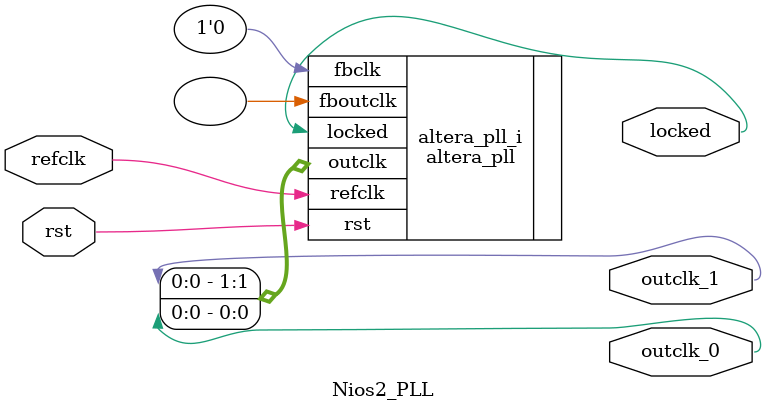
<source format=v>
`timescale 1ns/10ps
module  Nios2_PLL(

	// interface 'refclk'
	input wire refclk,

	// interface 'reset'
	input wire rst,

	// interface 'outclk0'
	output wire outclk_0,

	// interface 'outclk1'
	output wire outclk_1,

	// interface 'locked'
	output wire locked
);

	altera_pll #(
		.fractional_vco_multiplier("false"),
		.reference_clock_frequency("50.0 MHz"),
		.operation_mode("normal"),
		.number_of_clocks(2),
		.output_clock_frequency0("100.000000 MHz"),
		.phase_shift0("-3750 ps"),
		.duty_cycle0(50),
		.output_clock_frequency1("100.000000 MHz"),
		.phase_shift1("-3750 ps"),
		.duty_cycle1(50),
		.output_clock_frequency2("0 MHz"),
		.phase_shift2("0 ps"),
		.duty_cycle2(50),
		.output_clock_frequency3("0 MHz"),
		.phase_shift3("0 ps"),
		.duty_cycle3(50),
		.output_clock_frequency4("0 MHz"),
		.phase_shift4("0 ps"),
		.duty_cycle4(50),
		.output_clock_frequency5("0 MHz"),
		.phase_shift5("0 ps"),
		.duty_cycle5(50),
		.output_clock_frequency6("0 MHz"),
		.phase_shift6("0 ps"),
		.duty_cycle6(50),
		.output_clock_frequency7("0 MHz"),
		.phase_shift7("0 ps"),
		.duty_cycle7(50),
		.output_clock_frequency8("0 MHz"),
		.phase_shift8("0 ps"),
		.duty_cycle8(50),
		.output_clock_frequency9("0 MHz"),
		.phase_shift9("0 ps"),
		.duty_cycle9(50),
		.output_clock_frequency10("0 MHz"),
		.phase_shift10("0 ps"),
		.duty_cycle10(50),
		.output_clock_frequency11("0 MHz"),
		.phase_shift11("0 ps"),
		.duty_cycle11(50),
		.output_clock_frequency12("0 MHz"),
		.phase_shift12("0 ps"),
		.duty_cycle12(50),
		.output_clock_frequency13("0 MHz"),
		.phase_shift13("0 ps"),
		.duty_cycle13(50),
		.output_clock_frequency14("0 MHz"),
		.phase_shift14("0 ps"),
		.duty_cycle14(50),
		.output_clock_frequency15("0 MHz"),
		.phase_shift15("0 ps"),
		.duty_cycle15(50),
		.output_clock_frequency16("0 MHz"),
		.phase_shift16("0 ps"),
		.duty_cycle16(50),
		.output_clock_frequency17("0 MHz"),
		.phase_shift17("0 ps"),
		.duty_cycle17(50),
		.pll_type("General"),
		.pll_subtype("General")
	) altera_pll_i (
		.rst	(rst),
		.outclk	({outclk_1, outclk_0}),
		.locked	(locked),
		.fboutclk	( ),
		.fbclk	(1'b0),
		.refclk	(refclk)
	);
endmodule


</source>
